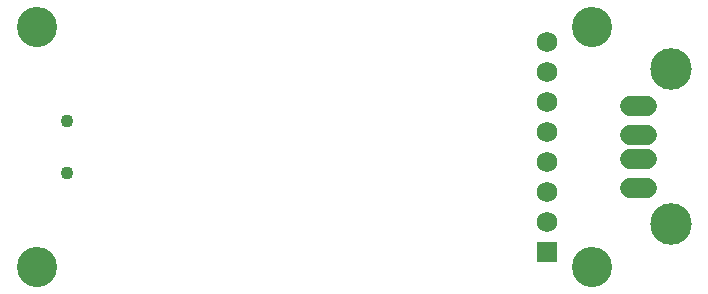
<source format=gbs>
G75*
%MOIN*%
%OFA0B0*%
%FSLAX25Y25*%
%IPPOS*%
%LPD*%
%AMOC8*
5,1,8,0,0,1.08239X$1,22.5*
%
%ADD10C,0.13398*%
%ADD11C,0.04343*%
%ADD12C,0.06540*%
%ADD13C,0.13855*%
%ADD14R,0.06800X0.06800*%
%ADD15C,0.06800*%
D10*
X0029428Y0022513D03*
X0214428Y0022513D03*
X0214428Y0102513D03*
X0029428Y0102513D03*
D11*
X0039428Y0071174D03*
X0039428Y0053851D03*
D12*
X0227139Y0058576D02*
X0232879Y0058576D01*
X0232879Y0066450D02*
X0227139Y0066450D01*
X0227139Y0076292D02*
X0232879Y0076292D01*
X0232879Y0048733D02*
X0227139Y0048733D01*
D13*
X0240678Y0036647D03*
X0240678Y0088379D03*
D14*
X0199428Y0027513D03*
D15*
X0199428Y0037513D03*
X0199428Y0047513D03*
X0199428Y0057513D03*
X0199428Y0067513D03*
X0199428Y0077513D03*
X0199428Y0087513D03*
X0199428Y0097513D03*
M02*

</source>
